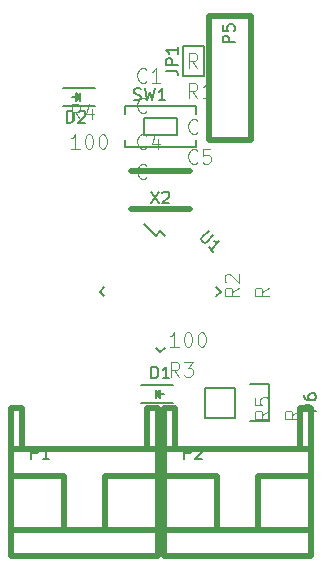
<source format=gbr>
G04 #@! TF.FileFunction,Legend,Top*
%FSLAX46Y46*%
G04 Gerber Fmt 4.6, Leading zero omitted, Abs format (unit mm)*
G04 Created by KiCad (PCBNEW 4.0.3-stable) date 09/20/16 19:37:07*
%MOMM*%
%LPD*%
G01*
G04 APERTURE LIST*
%ADD10C,0.100000*%
%ADD11C,0.150000*%
%ADD12C,0.500000*%
%ADD13C,0.101600*%
G04 APERTURE END LIST*
D10*
D11*
X14910000Y-36056000D02*
X17610000Y-36056000D01*
X14910000Y-34556000D02*
X17610000Y-34556000D01*
X16410000Y-35456000D02*
X16410000Y-35206000D01*
X16410000Y-35206000D02*
X16260000Y-35356000D01*
X16160000Y-34956000D02*
X16160000Y-35656000D01*
X16510000Y-35306000D02*
X16860000Y-35306000D01*
X16160000Y-35306000D02*
X16510000Y-34956000D01*
X16510000Y-34956000D02*
X16510000Y-35656000D01*
X16510000Y-35656000D02*
X16160000Y-35306000D01*
X10998000Y-9410000D02*
X8298000Y-9410000D01*
X10998000Y-10910000D02*
X8298000Y-10910000D01*
X9498000Y-10010000D02*
X9498000Y-10260000D01*
X9498000Y-10260000D02*
X9648000Y-10110000D01*
X9748000Y-10510000D02*
X9748000Y-9810000D01*
X9398000Y-10160000D02*
X9048000Y-10160000D01*
X9748000Y-10160000D02*
X9398000Y-10510000D01*
X9398000Y-10510000D02*
X9398000Y-9810000D01*
X9398000Y-9810000D02*
X9748000Y-10160000D01*
D12*
X16350000Y-36478000D02*
X15350000Y-36478000D01*
X15350000Y-36478000D02*
X15350000Y-39978000D01*
X3850000Y-36478000D02*
X4850000Y-36478000D01*
X4850000Y-36478000D02*
X4850000Y-39978000D01*
X16350000Y-39978000D02*
X3850000Y-39978000D01*
X11850000Y-42278000D02*
X16350000Y-42278000D01*
X8350000Y-42278000D02*
X3850000Y-42278000D01*
X11850000Y-42278000D02*
X11850000Y-46878000D01*
X8350000Y-42278000D02*
X8350000Y-46878000D01*
X3850000Y-46878000D02*
X16350000Y-46878000D01*
X16350000Y-36478000D02*
X16350000Y-49078000D01*
X16350000Y-49078000D02*
X3850000Y-49078000D01*
X3850000Y-36478000D02*
X3850000Y-49078000D01*
X29304000Y-36478000D02*
X28304000Y-36478000D01*
X28304000Y-36478000D02*
X28304000Y-39978000D01*
X16804000Y-36478000D02*
X17804000Y-36478000D01*
X17804000Y-36478000D02*
X17804000Y-39978000D01*
X29304000Y-39978000D02*
X16804000Y-39978000D01*
X24804000Y-42278000D02*
X29304000Y-42278000D01*
X21304000Y-42278000D02*
X16804000Y-42278000D01*
X24804000Y-42278000D02*
X24804000Y-46878000D01*
X21304000Y-42278000D02*
X21304000Y-46878000D01*
X16804000Y-46878000D02*
X29304000Y-46878000D01*
X29304000Y-36478000D02*
X29304000Y-49078000D01*
X29304000Y-49078000D02*
X16804000Y-49078000D01*
X16804000Y-36478000D02*
X16804000Y-49078000D01*
D11*
X15110000Y-12000000D02*
X17910000Y-12000000D01*
X17910000Y-12000000D02*
X17910000Y-13400000D01*
X17910000Y-13400000D02*
X15110000Y-13400000D01*
X15110000Y-13400000D02*
X15110000Y-12000000D01*
X19510000Y-10950000D02*
X19510000Y-11600000D01*
X19510000Y-14450000D02*
X19510000Y-13800000D01*
X13510000Y-13800000D02*
X13510000Y-14450000D01*
X13510000Y-10950000D02*
X13510000Y-11600000D01*
X19510000Y-10950000D02*
X13510000Y-10950000D01*
X13510000Y-14450000D02*
X19510000Y-14450000D01*
X16510000Y-21543476D02*
X16138769Y-21914707D01*
X21636524Y-26670000D02*
X21265293Y-27041231D01*
X16510000Y-31796524D02*
X16881231Y-31425293D01*
X11383476Y-26670000D02*
X11754707Y-26298769D01*
X16510000Y-21543476D02*
X16881231Y-21914707D01*
X11383476Y-26670000D02*
X11754707Y-27041231D01*
X16510000Y-31796524D02*
X16138769Y-31425293D01*
X21636524Y-26670000D02*
X21265293Y-26298769D01*
X16138769Y-21914707D02*
X15166497Y-20942435D01*
D12*
X14010000Y-19634000D02*
X19010000Y-19634000D01*
X19010000Y-16434000D02*
X14010000Y-16434000D01*
D11*
X20193000Y-8382000D02*
X20193000Y-5842000D01*
X18415000Y-5842000D02*
X18415000Y-8382000D01*
X18415000Y-5842000D02*
X20193000Y-5842000D01*
X20193000Y-8382000D02*
X18415000Y-8382000D01*
D12*
X20660000Y-13826000D02*
X24160000Y-13826000D01*
X20660000Y-3326000D02*
X20660000Y-13826000D01*
X24160000Y-3326000D02*
X24160000Y-13826000D01*
X24160000Y-3326000D02*
X20660000Y-3326000D01*
D11*
X22860000Y-37338000D02*
X20320000Y-37338000D01*
X25680000Y-37618000D02*
X24130000Y-37618000D01*
X22860000Y-37338000D02*
X22860000Y-34798000D01*
X24130000Y-34518000D02*
X25680000Y-34518000D01*
X25680000Y-34518000D02*
X25680000Y-37618000D01*
X22860000Y-34798000D02*
X20320000Y-34798000D01*
X20320000Y-34798000D02*
X20320000Y-37338000D01*
D13*
X15327690Y-8844643D02*
X15270238Y-8902095D01*
X15097881Y-8959548D01*
X14982976Y-8959548D01*
X14810619Y-8902095D01*
X14695714Y-8787190D01*
X14638262Y-8672286D01*
X14580810Y-8442476D01*
X14580810Y-8270119D01*
X14638262Y-8040310D01*
X14695714Y-7925405D01*
X14810619Y-7810500D01*
X14982976Y-7753048D01*
X15097881Y-7753048D01*
X15270238Y-7810500D01*
X15327690Y-7867952D01*
X16476738Y-8959548D02*
X15787310Y-8959548D01*
X16132024Y-8959548D02*
X16132024Y-7753048D01*
X16017119Y-7925405D01*
X15902214Y-8040310D01*
X15787310Y-8097762D01*
X15327690Y-11384643D02*
X15270238Y-11442095D01*
X15097881Y-11499548D01*
X14982976Y-11499548D01*
X14810619Y-11442095D01*
X14695714Y-11327190D01*
X14638262Y-11212286D01*
X14580810Y-10982476D01*
X14580810Y-10810119D01*
X14638262Y-10580310D01*
X14695714Y-10465405D01*
X14810619Y-10350500D01*
X14982976Y-10293048D01*
X15097881Y-10293048D01*
X15270238Y-10350500D01*
X15327690Y-10407952D01*
X15327690Y-14432643D02*
X15270238Y-14490095D01*
X15097881Y-14547548D01*
X14982976Y-14547548D01*
X14810619Y-14490095D01*
X14695714Y-14375190D01*
X14638262Y-14260286D01*
X14580810Y-14030476D01*
X14580810Y-13858119D01*
X14638262Y-13628310D01*
X14695714Y-13513405D01*
X14810619Y-13398500D01*
X14982976Y-13341048D01*
X15097881Y-13341048D01*
X15270238Y-13398500D01*
X15327690Y-13455952D01*
X16361833Y-13743214D02*
X16361833Y-14547548D01*
X16074571Y-13283595D02*
X15787310Y-14145381D01*
X16534190Y-14145381D01*
X15327690Y-16972643D02*
X15270238Y-17030095D01*
X15097881Y-17087548D01*
X14982976Y-17087548D01*
X14810619Y-17030095D01*
X14695714Y-16915190D01*
X14638262Y-16800286D01*
X14580810Y-16570476D01*
X14580810Y-16398119D01*
X14638262Y-16168310D01*
X14695714Y-16053405D01*
X14810619Y-15938500D01*
X14982976Y-15881048D01*
X15097881Y-15881048D01*
X15270238Y-15938500D01*
X15327690Y-15995952D01*
X19645690Y-15702643D02*
X19588238Y-15760095D01*
X19415881Y-15817548D01*
X19300976Y-15817548D01*
X19128619Y-15760095D01*
X19013714Y-15645190D01*
X18956262Y-15530286D01*
X18898810Y-15300476D01*
X18898810Y-15128119D01*
X18956262Y-14898310D01*
X19013714Y-14783405D01*
X19128619Y-14668500D01*
X19300976Y-14611048D01*
X19415881Y-14611048D01*
X19588238Y-14668500D01*
X19645690Y-14725952D01*
X20737286Y-14611048D02*
X20162762Y-14611048D01*
X20105310Y-15185571D01*
X20162762Y-15128119D01*
X20277667Y-15070667D01*
X20564929Y-15070667D01*
X20679833Y-15128119D01*
X20737286Y-15185571D01*
X20794738Y-15300476D01*
X20794738Y-15587738D01*
X20737286Y-15702643D01*
X20679833Y-15760095D01*
X20564929Y-15817548D01*
X20277667Y-15817548D01*
X20162762Y-15760095D01*
X20105310Y-15702643D01*
X19645690Y-13162643D02*
X19588238Y-13220095D01*
X19415881Y-13277548D01*
X19300976Y-13277548D01*
X19128619Y-13220095D01*
X19013714Y-13105190D01*
X18956262Y-12990286D01*
X18898810Y-12760476D01*
X18898810Y-12588119D01*
X18956262Y-12358310D01*
X19013714Y-12243405D01*
X19128619Y-12128500D01*
X19300976Y-12071048D01*
X19415881Y-12071048D01*
X19588238Y-12128500D01*
X19645690Y-12185952D01*
D11*
X15771905Y-34008381D02*
X15771905Y-33008381D01*
X16010000Y-33008381D01*
X16152858Y-33056000D01*
X16248096Y-33151238D01*
X16295715Y-33246476D01*
X16343334Y-33436952D01*
X16343334Y-33579810D01*
X16295715Y-33770286D01*
X16248096Y-33865524D01*
X16152858Y-33960762D01*
X16010000Y-34008381D01*
X15771905Y-34008381D01*
X17295715Y-34008381D02*
X16724286Y-34008381D01*
X17010000Y-34008381D02*
X17010000Y-33008381D01*
X16914762Y-33151238D01*
X16819524Y-33246476D01*
X16724286Y-33294095D01*
X8659905Y-12362381D02*
X8659905Y-11362381D01*
X8898000Y-11362381D01*
X9040858Y-11410000D01*
X9136096Y-11505238D01*
X9183715Y-11600476D01*
X9231334Y-11790952D01*
X9231334Y-11933810D01*
X9183715Y-12124286D01*
X9136096Y-12219524D01*
X9040858Y-12314762D01*
X8898000Y-12362381D01*
X8659905Y-12362381D01*
X9612286Y-11457619D02*
X9659905Y-11410000D01*
X9755143Y-11362381D01*
X9993239Y-11362381D01*
X10088477Y-11410000D01*
X10136096Y-11457619D01*
X10183715Y-11552857D01*
X10183715Y-11648095D01*
X10136096Y-11790952D01*
X9564667Y-12362381D01*
X10183715Y-12362381D01*
X5611905Y-40830381D02*
X5611905Y-39830381D01*
X5992858Y-39830381D01*
X6088096Y-39878000D01*
X6135715Y-39925619D01*
X6183334Y-40020857D01*
X6183334Y-40163714D01*
X6135715Y-40258952D01*
X6088096Y-40306571D01*
X5992858Y-40354190D01*
X5611905Y-40354190D01*
X7135715Y-40830381D02*
X6564286Y-40830381D01*
X6850000Y-40830381D02*
X6850000Y-39830381D01*
X6754762Y-39973238D01*
X6659524Y-40068476D01*
X6564286Y-40116095D01*
X18565905Y-40830381D02*
X18565905Y-39830381D01*
X18946858Y-39830381D01*
X19042096Y-39878000D01*
X19089715Y-39925619D01*
X19137334Y-40020857D01*
X19137334Y-40163714D01*
X19089715Y-40258952D01*
X19042096Y-40306571D01*
X18946858Y-40354190D01*
X18565905Y-40354190D01*
X19518286Y-39925619D02*
X19565905Y-39878000D01*
X19661143Y-39830381D01*
X19899239Y-39830381D01*
X19994477Y-39878000D01*
X20042096Y-39925619D01*
X20089715Y-40020857D01*
X20089715Y-40116095D01*
X20042096Y-40258952D01*
X19470667Y-40830381D01*
X20089715Y-40830381D01*
D13*
X19645690Y-10229548D02*
X19243524Y-9655024D01*
X18956262Y-10229548D02*
X18956262Y-9023048D01*
X19415881Y-9023048D01*
X19530786Y-9080500D01*
X19588238Y-9137952D01*
X19645690Y-9252857D01*
X19645690Y-9425214D01*
X19588238Y-9540119D01*
X19530786Y-9597571D01*
X19415881Y-9655024D01*
X18956262Y-9655024D01*
X20794738Y-10229548D02*
X20105310Y-10229548D01*
X20450024Y-10229548D02*
X20450024Y-9023048D01*
X20335119Y-9195405D01*
X20220214Y-9310310D01*
X20105310Y-9367762D01*
X19645690Y-7689548D02*
X19243524Y-7115024D01*
X18956262Y-7689548D02*
X18956262Y-6483048D01*
X19415881Y-6483048D01*
X19530786Y-6540500D01*
X19588238Y-6597952D01*
X19645690Y-6712857D01*
X19645690Y-6885214D01*
X19588238Y-7000119D01*
X19530786Y-7057571D01*
X19415881Y-7115024D01*
X18956262Y-7115024D01*
X23183548Y-26328310D02*
X22609024Y-26730476D01*
X23183548Y-27017738D02*
X21977048Y-27017738D01*
X21977048Y-26558119D01*
X22034500Y-26443214D01*
X22091952Y-26385762D01*
X22206857Y-26328310D01*
X22379214Y-26328310D01*
X22494119Y-26385762D01*
X22551571Y-26443214D01*
X22609024Y-26558119D01*
X22609024Y-27017738D01*
X22091952Y-25868690D02*
X22034500Y-25811238D01*
X21977048Y-25696333D01*
X21977048Y-25409071D01*
X22034500Y-25294167D01*
X22091952Y-25236714D01*
X22206857Y-25179262D01*
X22321762Y-25179262D01*
X22494119Y-25236714D01*
X23183548Y-25926143D01*
X23183548Y-25179262D01*
X25723548Y-26328310D02*
X25149024Y-26730476D01*
X25723548Y-27017738D02*
X24517048Y-27017738D01*
X24517048Y-26558119D01*
X24574500Y-26443214D01*
X24631952Y-26385762D01*
X24746857Y-26328310D01*
X24919214Y-26328310D01*
X25034119Y-26385762D01*
X25091571Y-26443214D01*
X25149024Y-26558119D01*
X25149024Y-27017738D01*
X18121690Y-33851548D02*
X17719524Y-33277024D01*
X17432262Y-33851548D02*
X17432262Y-32645048D01*
X17891881Y-32645048D01*
X18006786Y-32702500D01*
X18064238Y-32759952D01*
X18121690Y-32874857D01*
X18121690Y-33047214D01*
X18064238Y-33162119D01*
X18006786Y-33219571D01*
X17891881Y-33277024D01*
X17432262Y-33277024D01*
X18523857Y-32645048D02*
X19270738Y-32645048D01*
X18868571Y-33104667D01*
X19040929Y-33104667D01*
X19155833Y-33162119D01*
X19213286Y-33219571D01*
X19270738Y-33334476D01*
X19270738Y-33621738D01*
X19213286Y-33736643D01*
X19155833Y-33794095D01*
X19040929Y-33851548D01*
X18696214Y-33851548D01*
X18581310Y-33794095D01*
X18523857Y-33736643D01*
X18064238Y-31311548D02*
X17374810Y-31311548D01*
X17719524Y-31311548D02*
X17719524Y-30105048D01*
X17604619Y-30277405D01*
X17489714Y-30392310D01*
X17374810Y-30449762D01*
X18811119Y-30105048D02*
X18926024Y-30105048D01*
X19040929Y-30162500D01*
X19098381Y-30219952D01*
X19155834Y-30334857D01*
X19213286Y-30564667D01*
X19213286Y-30851929D01*
X19155834Y-31081738D01*
X19098381Y-31196643D01*
X19040929Y-31254095D01*
X18926024Y-31311548D01*
X18811119Y-31311548D01*
X18696215Y-31254095D01*
X18638762Y-31196643D01*
X18581310Y-31081738D01*
X18523858Y-30851929D01*
X18523858Y-30564667D01*
X18581310Y-30334857D01*
X18638762Y-30219952D01*
X18696215Y-30162500D01*
X18811119Y-30105048D01*
X19960167Y-30105048D02*
X20075072Y-30105048D01*
X20189977Y-30162500D01*
X20247429Y-30219952D01*
X20304882Y-30334857D01*
X20362334Y-30564667D01*
X20362334Y-30851929D01*
X20304882Y-31081738D01*
X20247429Y-31196643D01*
X20189977Y-31254095D01*
X20075072Y-31311548D01*
X19960167Y-31311548D01*
X19845263Y-31254095D01*
X19787810Y-31196643D01*
X19730358Y-31081738D01*
X19672906Y-30851929D01*
X19672906Y-30564667D01*
X19730358Y-30334857D01*
X19787810Y-30219952D01*
X19845263Y-30162500D01*
X19960167Y-30105048D01*
X9739690Y-12007548D02*
X9337524Y-11433024D01*
X9050262Y-12007548D02*
X9050262Y-10801048D01*
X9509881Y-10801048D01*
X9624786Y-10858500D01*
X9682238Y-10915952D01*
X9739690Y-11030857D01*
X9739690Y-11203214D01*
X9682238Y-11318119D01*
X9624786Y-11375571D01*
X9509881Y-11433024D01*
X9050262Y-11433024D01*
X10773833Y-11203214D02*
X10773833Y-12007548D01*
X10486571Y-10743595D02*
X10199310Y-11605381D01*
X10946190Y-11605381D01*
X9682238Y-14547548D02*
X8992810Y-14547548D01*
X9337524Y-14547548D02*
X9337524Y-13341048D01*
X9222619Y-13513405D01*
X9107714Y-13628310D01*
X8992810Y-13685762D01*
X10429119Y-13341048D02*
X10544024Y-13341048D01*
X10658929Y-13398500D01*
X10716381Y-13455952D01*
X10773834Y-13570857D01*
X10831286Y-13800667D01*
X10831286Y-14087929D01*
X10773834Y-14317738D01*
X10716381Y-14432643D01*
X10658929Y-14490095D01*
X10544024Y-14547548D01*
X10429119Y-14547548D01*
X10314215Y-14490095D01*
X10256762Y-14432643D01*
X10199310Y-14317738D01*
X10141858Y-14087929D01*
X10141858Y-13800667D01*
X10199310Y-13570857D01*
X10256762Y-13455952D01*
X10314215Y-13398500D01*
X10429119Y-13341048D01*
X11578167Y-13341048D02*
X11693072Y-13341048D01*
X11807977Y-13398500D01*
X11865429Y-13455952D01*
X11922882Y-13570857D01*
X11980334Y-13800667D01*
X11980334Y-14087929D01*
X11922882Y-14317738D01*
X11865429Y-14432643D01*
X11807977Y-14490095D01*
X11693072Y-14547548D01*
X11578167Y-14547548D01*
X11463263Y-14490095D01*
X11405810Y-14432643D01*
X11348358Y-14317738D01*
X11290906Y-14087929D01*
X11290906Y-13800667D01*
X11348358Y-13570857D01*
X11405810Y-13455952D01*
X11463263Y-13398500D01*
X11578167Y-13341048D01*
D11*
X14276667Y-10404762D02*
X14419524Y-10452381D01*
X14657620Y-10452381D01*
X14752858Y-10404762D01*
X14800477Y-10357143D01*
X14848096Y-10261905D01*
X14848096Y-10166667D01*
X14800477Y-10071429D01*
X14752858Y-10023810D01*
X14657620Y-9976190D01*
X14467143Y-9928571D01*
X14371905Y-9880952D01*
X14324286Y-9833333D01*
X14276667Y-9738095D01*
X14276667Y-9642857D01*
X14324286Y-9547619D01*
X14371905Y-9500000D01*
X14467143Y-9452381D01*
X14705239Y-9452381D01*
X14848096Y-9500000D01*
X15181429Y-9452381D02*
X15419524Y-10452381D01*
X15610001Y-9738095D01*
X15800477Y-10452381D01*
X16038572Y-9452381D01*
X16943334Y-10452381D02*
X16371905Y-10452381D01*
X16657619Y-10452381D02*
X16657619Y-9452381D01*
X16562381Y-9595238D01*
X16467143Y-9690476D01*
X16371905Y-9738095D01*
X20601118Y-21501386D02*
X20028698Y-22073806D01*
X19995026Y-22174821D01*
X19995026Y-22242164D01*
X20028698Y-22343179D01*
X20163386Y-22477867D01*
X20264401Y-22511539D01*
X20331744Y-22511539D01*
X20432759Y-22477867D01*
X21005179Y-21905447D01*
X21005179Y-23319661D02*
X20601118Y-22915599D01*
X20803148Y-23117630D02*
X21510255Y-22410523D01*
X21341896Y-22444195D01*
X21207210Y-22444195D01*
X21106194Y-22410523D01*
X15700476Y-18186381D02*
X16367143Y-19186381D01*
X16367143Y-18186381D02*
X15700476Y-19186381D01*
X16700476Y-18281619D02*
X16748095Y-18234000D01*
X16843333Y-18186381D01*
X17081429Y-18186381D01*
X17176667Y-18234000D01*
X17224286Y-18281619D01*
X17271905Y-18376857D01*
X17271905Y-18472095D01*
X17224286Y-18614952D01*
X16652857Y-19186381D01*
X17271905Y-19186381D01*
X16978381Y-7945333D02*
X17692667Y-7945333D01*
X17835524Y-7992953D01*
X17930762Y-8088191D01*
X17978381Y-8231048D01*
X17978381Y-8326286D01*
X17978381Y-7469143D02*
X16978381Y-7469143D01*
X16978381Y-7088190D01*
X17026000Y-6992952D01*
X17073619Y-6945333D01*
X17168857Y-6897714D01*
X17311714Y-6897714D01*
X17406952Y-6945333D01*
X17454571Y-6992952D01*
X17502190Y-7088190D01*
X17502190Y-7469143D01*
X17978381Y-5945333D02*
X17978381Y-6516762D01*
X17978381Y-6231048D02*
X16978381Y-6231048D01*
X17121238Y-6326286D01*
X17216476Y-6421524D01*
X17264095Y-6516762D01*
X22812381Y-5564095D02*
X21812381Y-5564095D01*
X21812381Y-5183142D01*
X21860000Y-5087904D01*
X21907619Y-5040285D01*
X22002857Y-4992666D01*
X22145714Y-4992666D01*
X22240952Y-5040285D01*
X22288571Y-5087904D01*
X22336190Y-5183142D01*
X22336190Y-5564095D01*
X21812381Y-4087904D02*
X21812381Y-4564095D01*
X22288571Y-4611714D01*
X22240952Y-4564095D01*
X22193333Y-4468857D01*
X22193333Y-4230761D01*
X22240952Y-4135523D01*
X22288571Y-4087904D01*
X22383810Y-4040285D01*
X22621905Y-4040285D01*
X22717143Y-4087904D01*
X22764762Y-4135523D01*
X22812381Y-4230761D01*
X22812381Y-4468857D01*
X22764762Y-4564095D01*
X22717143Y-4611714D01*
X29682381Y-36806095D02*
X28682381Y-36806095D01*
X28682381Y-36425142D01*
X28730000Y-36329904D01*
X28777619Y-36282285D01*
X28872857Y-36234666D01*
X29015714Y-36234666D01*
X29110952Y-36282285D01*
X29158571Y-36329904D01*
X29206190Y-36425142D01*
X29206190Y-36806095D01*
X28682381Y-35377523D02*
X28682381Y-35568000D01*
X28730000Y-35663238D01*
X28777619Y-35710857D01*
X28920476Y-35806095D01*
X29110952Y-35853714D01*
X29491905Y-35853714D01*
X29587143Y-35806095D01*
X29634762Y-35758476D01*
X29682381Y-35663238D01*
X29682381Y-35472761D01*
X29634762Y-35377523D01*
X29587143Y-35329904D01*
X29491905Y-35282285D01*
X29253810Y-35282285D01*
X29158571Y-35329904D01*
X29110952Y-35377523D01*
X29063333Y-35472761D01*
X29063333Y-35663238D01*
X29110952Y-35758476D01*
X29158571Y-35806095D01*
X29253810Y-35853714D01*
D13*
X25723548Y-36742310D02*
X25149024Y-37144476D01*
X25723548Y-37431738D02*
X24517048Y-37431738D01*
X24517048Y-36972119D01*
X24574500Y-36857214D01*
X24631952Y-36799762D01*
X24746857Y-36742310D01*
X24919214Y-36742310D01*
X25034119Y-36799762D01*
X25091571Y-36857214D01*
X25149024Y-36972119D01*
X25149024Y-37431738D01*
X24517048Y-35650714D02*
X24517048Y-36225238D01*
X25091571Y-36282690D01*
X25034119Y-36225238D01*
X24976667Y-36110333D01*
X24976667Y-35823071D01*
X25034119Y-35708167D01*
X25091571Y-35650714D01*
X25206476Y-35593262D01*
X25493738Y-35593262D01*
X25608643Y-35650714D01*
X25666095Y-35708167D01*
X25723548Y-35823071D01*
X25723548Y-36110333D01*
X25666095Y-36225238D01*
X25608643Y-36282690D01*
X28263548Y-36742310D02*
X27689024Y-37144476D01*
X28263548Y-37431738D02*
X27057048Y-37431738D01*
X27057048Y-36972119D01*
X27114500Y-36857214D01*
X27171952Y-36799762D01*
X27286857Y-36742310D01*
X27459214Y-36742310D01*
X27574119Y-36799762D01*
X27631571Y-36857214D01*
X27689024Y-36972119D01*
X27689024Y-37431738D01*
M02*

</source>
